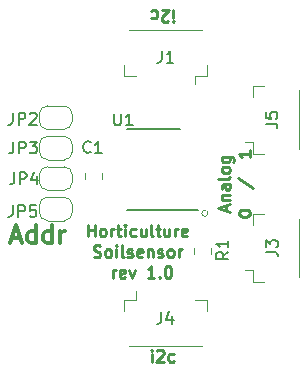
<source format=gbr>
%TF.GenerationSoftware,KiCad,Pcbnew,(5.1.6)-1*%
%TF.CreationDate,2020-12-06T01:58:00+01:00*%
%TF.ProjectId,HorticultureSensor,486f7274-6963-4756-9c74-75726553656e,1.0*%
%TF.SameCoordinates,Original*%
%TF.FileFunction,Legend,Top*%
%TF.FilePolarity,Positive*%
%FSLAX46Y46*%
G04 Gerber Fmt 4.6, Leading zero omitted, Abs format (unit mm)*
G04 Created by KiCad (PCBNEW (5.1.6)-1) date 2020-12-06 01:58:00*
%MOMM*%
%LPD*%
G01*
G04 APERTURE LIST*
%ADD10C,0.120000*%
%ADD11C,0.300000*%
%ADD12C,0.250000*%
%ADD13C,0.150000*%
G04 APERTURE END LIST*
D10*
X161070000Y-132460000D02*
G75*
G03*
X161070000Y-132460000I-254000J0D01*
G01*
D11*
X144491428Y-134540000D02*
X145205714Y-134540000D01*
X144348571Y-134968571D02*
X144848571Y-133468571D01*
X145348571Y-134968571D01*
X146491428Y-134968571D02*
X146491428Y-133468571D01*
X146491428Y-134897142D02*
X146348571Y-134968571D01*
X146062857Y-134968571D01*
X145920000Y-134897142D01*
X145848571Y-134825714D01*
X145777142Y-134682857D01*
X145777142Y-134254285D01*
X145848571Y-134111428D01*
X145920000Y-134040000D01*
X146062857Y-133968571D01*
X146348571Y-133968571D01*
X146491428Y-134040000D01*
X147848571Y-134968571D02*
X147848571Y-133468571D01*
X147848571Y-134897142D02*
X147705714Y-134968571D01*
X147420000Y-134968571D01*
X147277142Y-134897142D01*
X147205714Y-134825714D01*
X147134285Y-134682857D01*
X147134285Y-134254285D01*
X147205714Y-134111428D01*
X147277142Y-134040000D01*
X147420000Y-133968571D01*
X147705714Y-133968571D01*
X147848571Y-134040000D01*
X148562857Y-134968571D02*
X148562857Y-133968571D01*
X148562857Y-134254285D02*
X148634285Y-134111428D01*
X148705714Y-134040000D01*
X148848571Y-133968571D01*
X148991428Y-133968571D01*
D12*
X158154761Y-115257619D02*
X158154761Y-115924285D01*
X158154761Y-116257619D02*
X158202380Y-116210000D01*
X158154761Y-116162380D01*
X158107142Y-116210000D01*
X158154761Y-116257619D01*
X158154761Y-116162380D01*
X157726190Y-116162380D02*
X157678571Y-116210000D01*
X157583333Y-116257619D01*
X157345238Y-116257619D01*
X157250000Y-116210000D01*
X157202380Y-116162380D01*
X157154761Y-116067142D01*
X157154761Y-115971904D01*
X157202380Y-115829047D01*
X157773809Y-115257619D01*
X157154761Y-115257619D01*
X156297619Y-115305238D02*
X156392857Y-115257619D01*
X156583333Y-115257619D01*
X156678571Y-115305238D01*
X156726190Y-115352857D01*
X156773809Y-115448095D01*
X156773809Y-115733809D01*
X156726190Y-115829047D01*
X156678571Y-115876666D01*
X156583333Y-115924285D01*
X156392857Y-115924285D01*
X156297619Y-115876666D01*
X156325238Y-145012380D02*
X156325238Y-144345714D01*
X156325238Y-144012380D02*
X156277619Y-144060000D01*
X156325238Y-144107619D01*
X156372857Y-144060000D01*
X156325238Y-144012380D01*
X156325238Y-144107619D01*
X156753809Y-144107619D02*
X156801428Y-144060000D01*
X156896666Y-144012380D01*
X157134761Y-144012380D01*
X157230000Y-144060000D01*
X157277619Y-144107619D01*
X157325238Y-144202857D01*
X157325238Y-144298095D01*
X157277619Y-144440952D01*
X156706190Y-145012380D01*
X157325238Y-145012380D01*
X158182380Y-144964761D02*
X158087142Y-145012380D01*
X157896666Y-145012380D01*
X157801428Y-144964761D01*
X157753809Y-144917142D01*
X157706190Y-144821904D01*
X157706190Y-144536190D01*
X157753809Y-144440952D01*
X157801428Y-144393333D01*
X157896666Y-144345714D01*
X158087142Y-144345714D01*
X158182380Y-144393333D01*
X162641666Y-132229523D02*
X162641666Y-131753333D01*
X162927380Y-132324761D02*
X161927380Y-131991428D01*
X162927380Y-131658095D01*
X162260714Y-131324761D02*
X162927380Y-131324761D01*
X162355952Y-131324761D02*
X162308333Y-131277142D01*
X162260714Y-131181904D01*
X162260714Y-131039047D01*
X162308333Y-130943809D01*
X162403571Y-130896190D01*
X162927380Y-130896190D01*
X162927380Y-129991428D02*
X162403571Y-129991428D01*
X162308333Y-130039047D01*
X162260714Y-130134285D01*
X162260714Y-130324761D01*
X162308333Y-130420000D01*
X162879761Y-129991428D02*
X162927380Y-130086666D01*
X162927380Y-130324761D01*
X162879761Y-130420000D01*
X162784523Y-130467619D01*
X162689285Y-130467619D01*
X162594047Y-130420000D01*
X162546428Y-130324761D01*
X162546428Y-130086666D01*
X162498809Y-129991428D01*
X162927380Y-129372380D02*
X162879761Y-129467619D01*
X162784523Y-129515238D01*
X161927380Y-129515238D01*
X162927380Y-128848571D02*
X162879761Y-128943809D01*
X162832142Y-128991428D01*
X162736904Y-129039047D01*
X162451190Y-129039047D01*
X162355952Y-128991428D01*
X162308333Y-128943809D01*
X162260714Y-128848571D01*
X162260714Y-128705714D01*
X162308333Y-128610476D01*
X162355952Y-128562857D01*
X162451190Y-128515238D01*
X162736904Y-128515238D01*
X162832142Y-128562857D01*
X162879761Y-128610476D01*
X162927380Y-128705714D01*
X162927380Y-128848571D01*
X162260714Y-127658095D02*
X163070238Y-127658095D01*
X163165476Y-127705714D01*
X163213095Y-127753333D01*
X163260714Y-127848571D01*
X163260714Y-127991428D01*
X163213095Y-128086666D01*
X162879761Y-127658095D02*
X162927380Y-127753333D01*
X162927380Y-127943809D01*
X162879761Y-128039047D01*
X162832142Y-128086666D01*
X162736904Y-128134285D01*
X162451190Y-128134285D01*
X162355952Y-128086666D01*
X162308333Y-128039047D01*
X162260714Y-127943809D01*
X162260714Y-127753333D01*
X162308333Y-127658095D01*
X163677380Y-132491428D02*
X163677380Y-132396190D01*
X163725000Y-132300952D01*
X163772619Y-132253333D01*
X163867857Y-132205714D01*
X164058333Y-132158095D01*
X164296428Y-132158095D01*
X164486904Y-132205714D01*
X164582142Y-132253333D01*
X164629761Y-132300952D01*
X164677380Y-132396190D01*
X164677380Y-132491428D01*
X164629761Y-132586666D01*
X164582142Y-132634285D01*
X164486904Y-132681904D01*
X164296428Y-132729523D01*
X164058333Y-132729523D01*
X163867857Y-132681904D01*
X163772619Y-132634285D01*
X163725000Y-132586666D01*
X163677380Y-132491428D01*
X163629761Y-129491428D02*
X164915476Y-130348571D01*
X164677380Y-127110476D02*
X164677380Y-127681904D01*
X164677380Y-127396190D02*
X163677380Y-127396190D01*
X163820238Y-127491428D01*
X163915476Y-127586666D01*
X163963095Y-127681904D01*
X150908571Y-134412380D02*
X150908571Y-133412380D01*
X150908571Y-133888571D02*
X151480000Y-133888571D01*
X151480000Y-134412380D02*
X151480000Y-133412380D01*
X152099047Y-134412380D02*
X152003809Y-134364761D01*
X151956190Y-134317142D01*
X151908571Y-134221904D01*
X151908571Y-133936190D01*
X151956190Y-133840952D01*
X152003809Y-133793333D01*
X152099047Y-133745714D01*
X152241904Y-133745714D01*
X152337142Y-133793333D01*
X152384761Y-133840952D01*
X152432380Y-133936190D01*
X152432380Y-134221904D01*
X152384761Y-134317142D01*
X152337142Y-134364761D01*
X152241904Y-134412380D01*
X152099047Y-134412380D01*
X152860952Y-134412380D02*
X152860952Y-133745714D01*
X152860952Y-133936190D02*
X152908571Y-133840952D01*
X152956190Y-133793333D01*
X153051428Y-133745714D01*
X153146666Y-133745714D01*
X153337142Y-133745714D02*
X153718095Y-133745714D01*
X153480000Y-133412380D02*
X153480000Y-134269523D01*
X153527619Y-134364761D01*
X153622857Y-134412380D01*
X153718095Y-134412380D01*
X154051428Y-134412380D02*
X154051428Y-133745714D01*
X154051428Y-133412380D02*
X154003809Y-133460000D01*
X154051428Y-133507619D01*
X154099047Y-133460000D01*
X154051428Y-133412380D01*
X154051428Y-133507619D01*
X154956190Y-134364761D02*
X154860952Y-134412380D01*
X154670476Y-134412380D01*
X154575238Y-134364761D01*
X154527619Y-134317142D01*
X154480000Y-134221904D01*
X154480000Y-133936190D01*
X154527619Y-133840952D01*
X154575238Y-133793333D01*
X154670476Y-133745714D01*
X154860952Y-133745714D01*
X154956190Y-133793333D01*
X155813333Y-133745714D02*
X155813333Y-134412380D01*
X155384761Y-133745714D02*
X155384761Y-134269523D01*
X155432380Y-134364761D01*
X155527619Y-134412380D01*
X155670476Y-134412380D01*
X155765714Y-134364761D01*
X155813333Y-134317142D01*
X156432380Y-134412380D02*
X156337142Y-134364761D01*
X156289523Y-134269523D01*
X156289523Y-133412380D01*
X156670476Y-133745714D02*
X157051428Y-133745714D01*
X156813333Y-133412380D02*
X156813333Y-134269523D01*
X156860952Y-134364761D01*
X156956190Y-134412380D01*
X157051428Y-134412380D01*
X157813333Y-133745714D02*
X157813333Y-134412380D01*
X157384761Y-133745714D02*
X157384761Y-134269523D01*
X157432380Y-134364761D01*
X157527619Y-134412380D01*
X157670476Y-134412380D01*
X157765714Y-134364761D01*
X157813333Y-134317142D01*
X158289523Y-134412380D02*
X158289523Y-133745714D01*
X158289523Y-133936190D02*
X158337142Y-133840952D01*
X158384761Y-133793333D01*
X158480000Y-133745714D01*
X158575238Y-133745714D01*
X159289523Y-134364761D02*
X159194285Y-134412380D01*
X159003809Y-134412380D01*
X158908571Y-134364761D01*
X158860952Y-134269523D01*
X158860952Y-133888571D01*
X158908571Y-133793333D01*
X159003809Y-133745714D01*
X159194285Y-133745714D01*
X159289523Y-133793333D01*
X159337142Y-133888571D01*
X159337142Y-133983809D01*
X158860952Y-134079047D01*
X151408571Y-136114761D02*
X151551428Y-136162380D01*
X151789523Y-136162380D01*
X151884761Y-136114761D01*
X151932380Y-136067142D01*
X151980000Y-135971904D01*
X151980000Y-135876666D01*
X151932380Y-135781428D01*
X151884761Y-135733809D01*
X151789523Y-135686190D01*
X151599047Y-135638571D01*
X151503809Y-135590952D01*
X151456190Y-135543333D01*
X151408571Y-135448095D01*
X151408571Y-135352857D01*
X151456190Y-135257619D01*
X151503809Y-135210000D01*
X151599047Y-135162380D01*
X151837142Y-135162380D01*
X151980000Y-135210000D01*
X152551428Y-136162380D02*
X152456190Y-136114761D01*
X152408571Y-136067142D01*
X152360952Y-135971904D01*
X152360952Y-135686190D01*
X152408571Y-135590952D01*
X152456190Y-135543333D01*
X152551428Y-135495714D01*
X152694285Y-135495714D01*
X152789523Y-135543333D01*
X152837142Y-135590952D01*
X152884761Y-135686190D01*
X152884761Y-135971904D01*
X152837142Y-136067142D01*
X152789523Y-136114761D01*
X152694285Y-136162380D01*
X152551428Y-136162380D01*
X153313333Y-136162380D02*
X153313333Y-135495714D01*
X153313333Y-135162380D02*
X153265714Y-135210000D01*
X153313333Y-135257619D01*
X153360952Y-135210000D01*
X153313333Y-135162380D01*
X153313333Y-135257619D01*
X153932380Y-136162380D02*
X153837142Y-136114761D01*
X153789523Y-136019523D01*
X153789523Y-135162380D01*
X154265714Y-136114761D02*
X154360952Y-136162380D01*
X154551428Y-136162380D01*
X154646666Y-136114761D01*
X154694285Y-136019523D01*
X154694285Y-135971904D01*
X154646666Y-135876666D01*
X154551428Y-135829047D01*
X154408571Y-135829047D01*
X154313333Y-135781428D01*
X154265714Y-135686190D01*
X154265714Y-135638571D01*
X154313333Y-135543333D01*
X154408571Y-135495714D01*
X154551428Y-135495714D01*
X154646666Y-135543333D01*
X155503809Y-136114761D02*
X155408571Y-136162380D01*
X155218095Y-136162380D01*
X155122857Y-136114761D01*
X155075238Y-136019523D01*
X155075238Y-135638571D01*
X155122857Y-135543333D01*
X155218095Y-135495714D01*
X155408571Y-135495714D01*
X155503809Y-135543333D01*
X155551428Y-135638571D01*
X155551428Y-135733809D01*
X155075238Y-135829047D01*
X155980000Y-135495714D02*
X155980000Y-136162380D01*
X155980000Y-135590952D02*
X156027619Y-135543333D01*
X156122857Y-135495714D01*
X156265714Y-135495714D01*
X156360952Y-135543333D01*
X156408571Y-135638571D01*
X156408571Y-136162380D01*
X156837142Y-136114761D02*
X156932380Y-136162380D01*
X157122857Y-136162380D01*
X157218095Y-136114761D01*
X157265714Y-136019523D01*
X157265714Y-135971904D01*
X157218095Y-135876666D01*
X157122857Y-135829047D01*
X156980000Y-135829047D01*
X156884761Y-135781428D01*
X156837142Y-135686190D01*
X156837142Y-135638571D01*
X156884761Y-135543333D01*
X156980000Y-135495714D01*
X157122857Y-135495714D01*
X157218095Y-135543333D01*
X157837142Y-136162380D02*
X157741904Y-136114761D01*
X157694285Y-136067142D01*
X157646666Y-135971904D01*
X157646666Y-135686190D01*
X157694285Y-135590952D01*
X157741904Y-135543333D01*
X157837142Y-135495714D01*
X157980000Y-135495714D01*
X158075238Y-135543333D01*
X158122857Y-135590952D01*
X158170476Y-135686190D01*
X158170476Y-135971904D01*
X158122857Y-136067142D01*
X158075238Y-136114761D01*
X157980000Y-136162380D01*
X157837142Y-136162380D01*
X158599047Y-136162380D02*
X158599047Y-135495714D01*
X158599047Y-135686190D02*
X158646666Y-135590952D01*
X158694285Y-135543333D01*
X158789523Y-135495714D01*
X158884761Y-135495714D01*
X153027619Y-137912380D02*
X153027619Y-137245714D01*
X153027619Y-137436190D02*
X153075238Y-137340952D01*
X153122857Y-137293333D01*
X153218095Y-137245714D01*
X153313333Y-137245714D01*
X154027619Y-137864761D02*
X153932380Y-137912380D01*
X153741904Y-137912380D01*
X153646666Y-137864761D01*
X153599047Y-137769523D01*
X153599047Y-137388571D01*
X153646666Y-137293333D01*
X153741904Y-137245714D01*
X153932380Y-137245714D01*
X154027619Y-137293333D01*
X154075238Y-137388571D01*
X154075238Y-137483809D01*
X153599047Y-137579047D01*
X154408571Y-137245714D02*
X154646666Y-137912380D01*
X154884761Y-137245714D01*
X156551428Y-137912380D02*
X155980000Y-137912380D01*
X156265714Y-137912380D02*
X156265714Y-136912380D01*
X156170476Y-137055238D01*
X156075238Y-137150476D01*
X155980000Y-137198095D01*
X156980000Y-137817142D02*
X157027619Y-137864761D01*
X156980000Y-137912380D01*
X156932380Y-137864761D01*
X156980000Y-137817142D01*
X156980000Y-137912380D01*
X157646666Y-136912380D02*
X157741904Y-136912380D01*
X157837142Y-136960000D01*
X157884761Y-137007619D01*
X157932380Y-137102857D01*
X157980000Y-137293333D01*
X157980000Y-137531428D01*
X157932380Y-137721904D01*
X157884761Y-137817142D01*
X157837142Y-137864761D01*
X157741904Y-137912380D01*
X157646666Y-137912380D01*
X157551428Y-137864761D01*
X157503809Y-137817142D01*
X157456190Y-137721904D01*
X157408571Y-137531428D01*
X157408571Y-137293333D01*
X157456190Y-137102857D01*
X157503809Y-137007619D01*
X157551428Y-136960000D01*
X157646666Y-136912380D01*
D10*
%TO.C,J3*%
X165856000Y-138242000D02*
X164906000Y-138242000D01*
X164906000Y-138242000D02*
X164906000Y-137292000D01*
X164906000Y-137292000D02*
X164216000Y-137292000D01*
X165856000Y-132522000D02*
X164906000Y-132522000D01*
X164906000Y-132522000D02*
X164906000Y-133472000D01*
X168826000Y-137872000D02*
X168826000Y-132892000D01*
%TO.C,J4*%
X153995000Y-140710000D02*
X153995000Y-139760000D01*
X153995000Y-139760000D02*
X154945000Y-139760000D01*
X154945000Y-139760000D02*
X154945000Y-139070000D01*
X160965000Y-140710000D02*
X160965000Y-139760000D01*
X160965000Y-139760000D02*
X160015000Y-139760000D01*
X154365000Y-143680000D02*
X160595000Y-143680000D01*
%TO.C,J1*%
X160965000Y-119894000D02*
X160965000Y-120844000D01*
X160965000Y-120844000D02*
X160015000Y-120844000D01*
X160015000Y-120844000D02*
X160015000Y-121534000D01*
X153995000Y-119894000D02*
X153995000Y-120844000D01*
X153995000Y-120844000D02*
X154945000Y-120844000D01*
X160595000Y-116924000D02*
X154365000Y-116924000D01*
%TO.C,R1*%
X159885000Y-135857064D02*
X159885000Y-135402936D01*
X161355000Y-135857064D02*
X161355000Y-135402936D01*
%TO.C,C1*%
X150649000Y-129547252D02*
X150649000Y-129024748D01*
X152119000Y-129547252D02*
X152119000Y-129024748D01*
%TO.C,J5*%
X165856000Y-127390000D02*
X164906000Y-127390000D01*
X164906000Y-127390000D02*
X164906000Y-126440000D01*
X164906000Y-126440000D02*
X164216000Y-126440000D01*
X165856000Y-121670000D02*
X164906000Y-121670000D01*
X164906000Y-121670000D02*
X164906000Y-122620000D01*
X168826000Y-127020000D02*
X168826000Y-122040000D01*
D13*
%TO.C,U1*%
X160225000Y-132200000D02*
X154250000Y-132200000D01*
X158700000Y-125300000D02*
X154250000Y-125300000D01*
D10*
%TO.C,JP5*%
X148898640Y-133075000D02*
X147498640Y-133075000D01*
X146798640Y-132375000D02*
X146798640Y-131775000D01*
X147498640Y-131075000D02*
X148898640Y-131075000D01*
X149598640Y-131775000D02*
X149598640Y-132375000D01*
X149598640Y-132375000D02*
G75*
G02*
X148898640Y-133075000I-700000J0D01*
G01*
X148898640Y-131075000D02*
G75*
G02*
X149598640Y-131775000I0J-700000D01*
G01*
X146798640Y-131775000D02*
G75*
G02*
X147498640Y-131075000I700000J0D01*
G01*
X147498640Y-133075000D02*
G75*
G02*
X146798640Y-132375000I0J700000D01*
G01*
%TO.C,JP4*%
X148898640Y-130500000D02*
X147498640Y-130500000D01*
X146798640Y-129800000D02*
X146798640Y-129200000D01*
X147498640Y-128500000D02*
X148898640Y-128500000D01*
X149598640Y-129200000D02*
X149598640Y-129800000D01*
X149598640Y-129800000D02*
G75*
G02*
X148898640Y-130500000I-700000J0D01*
G01*
X148898640Y-128500000D02*
G75*
G02*
X149598640Y-129200000I0J-700000D01*
G01*
X146798640Y-129200000D02*
G75*
G02*
X147498640Y-128500000I700000J0D01*
G01*
X147498640Y-130500000D02*
G75*
G02*
X146798640Y-129800000I0J700000D01*
G01*
%TO.C,JP3*%
X148898640Y-127925000D02*
X147498640Y-127925000D01*
X146798640Y-127225000D02*
X146798640Y-126625000D01*
X147498640Y-125925000D02*
X148898640Y-125925000D01*
X149598640Y-126625000D02*
X149598640Y-127225000D01*
X149598640Y-127225000D02*
G75*
G02*
X148898640Y-127925000I-700000J0D01*
G01*
X148898640Y-125925000D02*
G75*
G02*
X149598640Y-126625000I0J-700000D01*
G01*
X146798640Y-126625000D02*
G75*
G02*
X147498640Y-125925000I700000J0D01*
G01*
X147498640Y-127925000D02*
G75*
G02*
X146798640Y-127225000I0J700000D01*
G01*
%TO.C,JP2*%
X148885940Y-125350000D02*
X147485940Y-125350000D01*
X146785940Y-124650000D02*
X146785940Y-124050000D01*
X147485940Y-123350000D02*
X148885940Y-123350000D01*
X149585940Y-124050000D02*
X149585940Y-124650000D01*
X149585940Y-124650000D02*
G75*
G02*
X148885940Y-125350000I-700000J0D01*
G01*
X148885940Y-123350000D02*
G75*
G02*
X149585940Y-124050000I0J-700000D01*
G01*
X146785940Y-124050000D02*
G75*
G02*
X147485940Y-123350000I700000J0D01*
G01*
X147485940Y-125350000D02*
G75*
G02*
X146785940Y-124650000I0J700000D01*
G01*
%TD*%
%TO.C,J3*%
D13*
X165972380Y-135713333D02*
X166686666Y-135713333D01*
X166829523Y-135760952D01*
X166924761Y-135856190D01*
X166972380Y-135999047D01*
X166972380Y-136094285D01*
X165972380Y-135332380D02*
X165972380Y-134713333D01*
X166353333Y-135046666D01*
X166353333Y-134903809D01*
X166400952Y-134808571D01*
X166448571Y-134760952D01*
X166543809Y-134713333D01*
X166781904Y-134713333D01*
X166877142Y-134760952D01*
X166924761Y-134808571D01*
X166972380Y-134903809D01*
X166972380Y-135189523D01*
X166924761Y-135284761D01*
X166877142Y-135332380D01*
%TO.C,J4*%
X157136666Y-140792380D02*
X157136666Y-141506666D01*
X157089047Y-141649523D01*
X156993809Y-141744761D01*
X156850952Y-141792380D01*
X156755714Y-141792380D01*
X158041428Y-141125714D02*
X158041428Y-141792380D01*
X157803333Y-140744761D02*
X157565238Y-141459047D01*
X158184285Y-141459047D01*
%TO.C,J1*%
X157146666Y-118692380D02*
X157146666Y-119406666D01*
X157099047Y-119549523D01*
X157003809Y-119644761D01*
X156860952Y-119692380D01*
X156765714Y-119692380D01*
X158146666Y-119692380D02*
X157575238Y-119692380D01*
X157860952Y-119692380D02*
X157860952Y-118692380D01*
X157765714Y-118835238D01*
X157670476Y-118930476D01*
X157575238Y-118978095D01*
%TO.C,R1*%
X162792380Y-135716666D02*
X162316190Y-136050000D01*
X162792380Y-136288095D02*
X161792380Y-136288095D01*
X161792380Y-135907142D01*
X161840000Y-135811904D01*
X161887619Y-135764285D01*
X161982857Y-135716666D01*
X162125714Y-135716666D01*
X162220952Y-135764285D01*
X162268571Y-135811904D01*
X162316190Y-135907142D01*
X162316190Y-136288095D01*
X162792380Y-134764285D02*
X162792380Y-135335714D01*
X162792380Y-135050000D02*
X161792380Y-135050000D01*
X161935238Y-135145238D01*
X162030476Y-135240476D01*
X162078095Y-135335714D01*
%TO.C,C1*%
X151143333Y-127247142D02*
X151095714Y-127294761D01*
X150952857Y-127342380D01*
X150857619Y-127342380D01*
X150714761Y-127294761D01*
X150619523Y-127199523D01*
X150571904Y-127104285D01*
X150524285Y-126913809D01*
X150524285Y-126770952D01*
X150571904Y-126580476D01*
X150619523Y-126485238D01*
X150714761Y-126390000D01*
X150857619Y-126342380D01*
X150952857Y-126342380D01*
X151095714Y-126390000D01*
X151143333Y-126437619D01*
X152095714Y-127342380D02*
X151524285Y-127342380D01*
X151810000Y-127342380D02*
X151810000Y-126342380D01*
X151714761Y-126485238D01*
X151619523Y-126580476D01*
X151524285Y-126628095D01*
%TO.C,J5*%
X165962380Y-124863333D02*
X166676666Y-124863333D01*
X166819523Y-124910952D01*
X166914761Y-125006190D01*
X166962380Y-125149047D01*
X166962380Y-125244285D01*
X165962380Y-123910952D02*
X165962380Y-124387142D01*
X166438571Y-124434761D01*
X166390952Y-124387142D01*
X166343333Y-124291904D01*
X166343333Y-124053809D01*
X166390952Y-123958571D01*
X166438571Y-123910952D01*
X166533809Y-123863333D01*
X166771904Y-123863333D01*
X166867142Y-123910952D01*
X166914761Y-123958571D01*
X166962380Y-124053809D01*
X166962380Y-124291904D01*
X166914761Y-124387142D01*
X166867142Y-124434761D01*
%TO.C,U1*%
X153148095Y-124012380D02*
X153148095Y-124821904D01*
X153195714Y-124917142D01*
X153243333Y-124964761D01*
X153338571Y-125012380D01*
X153529047Y-125012380D01*
X153624285Y-124964761D01*
X153671904Y-124917142D01*
X153719523Y-124821904D01*
X153719523Y-124012380D01*
X154719523Y-125012380D02*
X154148095Y-125012380D01*
X154433809Y-125012380D02*
X154433809Y-124012380D01*
X154338571Y-124155238D01*
X154243333Y-124250476D01*
X154148095Y-124298095D01*
%TO.C,JP5*%
X144548446Y-131766140D02*
X144548446Y-132480426D01*
X144500827Y-132623283D01*
X144405589Y-132718521D01*
X144262732Y-132766140D01*
X144167494Y-132766140D01*
X145024637Y-132766140D02*
X145024637Y-131766140D01*
X145405589Y-131766140D01*
X145500827Y-131813760D01*
X145548446Y-131861379D01*
X145596065Y-131956617D01*
X145596065Y-132099474D01*
X145548446Y-132194712D01*
X145500827Y-132242331D01*
X145405589Y-132289950D01*
X145024637Y-132289950D01*
X146500827Y-131766140D02*
X146024637Y-131766140D01*
X145977018Y-132242331D01*
X146024637Y-132194712D01*
X146119875Y-132147093D01*
X146357970Y-132147093D01*
X146453208Y-132194712D01*
X146500827Y-132242331D01*
X146548446Y-132337569D01*
X146548446Y-132575664D01*
X146500827Y-132670902D01*
X146453208Y-132718521D01*
X146357970Y-132766140D01*
X146119875Y-132766140D01*
X146024637Y-132718521D01*
X145977018Y-132670902D01*
%TO.C,JP4*%
X144670366Y-128990480D02*
X144670366Y-129704766D01*
X144622747Y-129847623D01*
X144527509Y-129942861D01*
X144384652Y-129990480D01*
X144289414Y-129990480D01*
X145146557Y-129990480D02*
X145146557Y-128990480D01*
X145527509Y-128990480D01*
X145622747Y-129038100D01*
X145670366Y-129085719D01*
X145717985Y-129180957D01*
X145717985Y-129323814D01*
X145670366Y-129419052D01*
X145622747Y-129466671D01*
X145527509Y-129514290D01*
X145146557Y-129514290D01*
X146575128Y-129323814D02*
X146575128Y-129990480D01*
X146337033Y-128942861D02*
X146098938Y-129657147D01*
X146717985Y-129657147D01*
%TO.C,JP3*%
X144609406Y-126387540D02*
X144609406Y-127101826D01*
X144561787Y-127244683D01*
X144466549Y-127339921D01*
X144323692Y-127387540D01*
X144228454Y-127387540D01*
X145085597Y-127387540D02*
X145085597Y-126387540D01*
X145466549Y-126387540D01*
X145561787Y-126435160D01*
X145609406Y-126482779D01*
X145657025Y-126578017D01*
X145657025Y-126720874D01*
X145609406Y-126816112D01*
X145561787Y-126863731D01*
X145466549Y-126911350D01*
X145085597Y-126911350D01*
X145990359Y-126387540D02*
X146609406Y-126387540D01*
X146276073Y-126768493D01*
X146418930Y-126768493D01*
X146514168Y-126816112D01*
X146561787Y-126863731D01*
X146609406Y-126958969D01*
X146609406Y-127197064D01*
X146561787Y-127292302D01*
X146514168Y-127339921D01*
X146418930Y-127387540D01*
X146133216Y-127387540D01*
X146037978Y-127339921D01*
X145990359Y-127292302D01*
%TO.C,JP2*%
X144568766Y-123937000D02*
X144568766Y-124651286D01*
X144521147Y-124794143D01*
X144425909Y-124889381D01*
X144283052Y-124937000D01*
X144187814Y-124937000D01*
X145044957Y-124937000D02*
X145044957Y-123937000D01*
X145425909Y-123937000D01*
X145521147Y-123984620D01*
X145568766Y-124032239D01*
X145616385Y-124127477D01*
X145616385Y-124270334D01*
X145568766Y-124365572D01*
X145521147Y-124413191D01*
X145425909Y-124460810D01*
X145044957Y-124460810D01*
X145997338Y-124032239D02*
X146044957Y-123984620D01*
X146140195Y-123937000D01*
X146378290Y-123937000D01*
X146473528Y-123984620D01*
X146521147Y-124032239D01*
X146568766Y-124127477D01*
X146568766Y-124222715D01*
X146521147Y-124365572D01*
X145949719Y-124937000D01*
X146568766Y-124937000D01*
%TD*%
M02*

</source>
